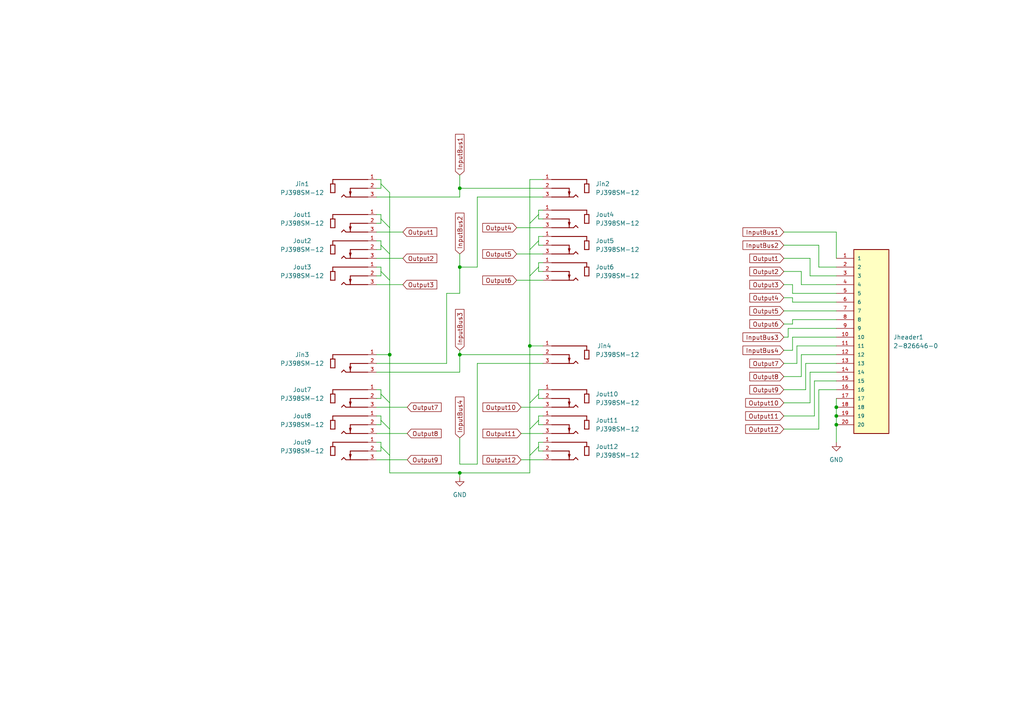
<source format=kicad_sch>
(kicad_sch (version 20211123) (generator eeschema)
  (paper "A4")
  (lib_symbols
    (symbol "2-826646-0:2-826646-0" (pin_names (offset 1.016))
      (property "Reference" "J" (at -5.58 27.94 0))
      (property "Value" "2-826646-0" (at -5.08 -27.94 0))
      (symbol "2-826646-0_0_0"
        (rectangle (start -5.08 -25.4) (end 5.08 27.94) (stroke (width 0.254)) (fill (type background)))
        (pin passive line (at -10.16 25.4 0) (length 5.08) (name "1") (number "1"))
        (pin passive line (at -10.16 2.54 0) (length 5.08) (name "10") (number "10"))
        (pin passive line (at -10.16 0 0) (length 5.08) (name "11") (number "11"))
        (pin passive line (at -10.16 -2.54 0) (length 5.08) (name "12") (number "12"))
        (pin passive line (at -10.16 -5.08 0) (length 5.08) (name "13") (number "13"))
        (pin passive line (at -10.16 -7.62 0) (length 5.08) (name "14") (number "14"))
        (pin passive line (at -10.16 -10.16 0) (length 5.08) (name "15") (number "15"))
        (pin passive line (at -10.16 -12.7 0) (length 5.08) (name "16") (number "16"))
        (pin passive line (at -10.16 -15.24 0) (length 5.08) (name "17") (number "17"))
        (pin passive line (at -10.16 -17.78 0) (length 5.08) (name "18") (number "18"))
        (pin passive line (at -10.16 -20.32 0) (length 5.08) (name "19") (number "19"))
        (pin passive line (at -10.16 22.86 0) (length 5.08) (name "2") (number "2"))
        (pin passive line (at -10.16 -22.86 0) (length 5.08) (name "20") (number "20"))
        (pin passive line (at -10.16 20.32 0) (length 5.08) (name "3") (number "3"))
        (pin passive line (at -10.16 17.78 0) (length 5.08) (name "4") (number "4"))
        (pin passive line (at -10.16 15.24 0) (length 5.08) (name "5") (number "5"))
        (pin passive line (at -10.16 12.7 0) (length 5.08) (name "6") (number "6"))
        (pin passive line (at -10.16 10.16 0) (length 5.08) (name "7") (number "7"))
        (pin passive line (at -10.16 7.62 0) (length 5.08) (name "8") (number "8"))
        (pin passive line (at -10.16 5.08 0) (length 5.08) (name "9") (number "9"))
      )
    )
    (symbol "PJ398SM-12:PJ398SM-12" (pin_names (offset 1.016))
      (property "Reference" "J" (at -5.08 2.54 0))
      (property "Value" "PJ398SM-12" (at -5.08 -8.89 0))
      (symbol "PJ398SM-12_0_0"
        (polyline (pts (xy -5.715 -3.81) (xy -5.715 -1.27)) (stroke (width 0.254)))
        (polyline (pts (xy -5.715 -1.27) (xy -5.08 -1.27)) (stroke (width 0.254)))
        (polyline (pts (xy -5.08 -1.27) (xy -4.445 -1.27)) (stroke (width 0.254)))
        (polyline (pts (xy -5.08 0) (xy -5.08 -1.27)) (stroke (width 0.254)))
        (polyline (pts (xy -4.445 -3.81) (xy -5.715 -3.81)) (stroke (width 0.254)))
        (polyline (pts (xy -4.445 -1.27) (xy -4.445 -3.81)) (stroke (width 0.254)))
        (polyline (pts (xy -1.905 -4.445) (xy -2.54 -5.08)) (stroke (width 0.254)))
        (polyline (pts (xy -1.27 -5.08) (xy -1.905 -4.445)) (stroke (width 0.254)))
        (polyline (pts (xy 0 -2.54) (xy 0 -5.08)) (stroke (width 0.254)))
        (polyline (pts (xy 0 -2.54) (xy 5.08 -2.54)) (stroke (width 0.254)))
        (polyline (pts (xy 5.08 -5.08) (xy -1.27 -5.08)) (stroke (width 0.254)))
        (polyline (pts (xy 5.08 0) (xy -5.08 0)) (stroke (width 0.254)))
        (polyline (pts (xy 0 -4.318) (xy 0.254 -3.556) (xy -0.254 -3.556) (xy 0 -4.318)) (stroke (width 0.254)) (fill (type outline)))
        (pin passive line (at 7.62 0 180) (length 2.54) (name "~") (number "1"))
        (pin passive line (at 7.62 -2.54 180) (length 2.54) (name "~") (number "2"))
        (pin passive line (at 7.62 -5.08 180) (length 2.54) (name "~") (number "3"))
      )
    )
    (symbol "power:GND" (power) (pin_names (offset 0))
      (property "Value" "GND" (at 0 -3.81 0))
      (symbol "GND_0_1"
        (polyline (pts (xy 0 0) (xy 0 -1.27) (xy 1.27 -1.27) (xy 0 -2.54) (xy -1.27 -1.27) (xy 0 -1.27)))
      )
      (symbol "GND_1_1"
        (pin power_in line (at 0 0 270) (length 0) hide (name "GND") (number "1"))
      )
    )
  )
  (junction (at 133.35 54.61))
  (junction (at 133.35 77.47))
  (junction (at 133.35 102.87))
  (junction (at 133.35 137.16))
  (junction (at 242.57 118.11))
  (junction (at 113.03 102.87))
  (junction (at 242.57 120.65))
  (junction (at 153.67 100.33))
  (junction (at 242.57 123.19))
  (bus_entry (at 153.67 72.39) (size 2.54 -2.54))
  (bus_entry (at 153.67 80.01) (size 2.54 -2.54))
  (bus_entry (at 153.67 64.77) (size 2.54 -2.54))
  (bus_entry (at 156.21 121.92) (size -2.54 2.54))
  (bus_entry (at 156.21 114.3) (size -2.54 2.54))
  (bus_entry (at 156.21 129.54) (size -2.54 2.54))
  (bus_entry (at 110.49 129.54) (size 2.54 2.54))
  (bus_entry (at 110.49 121.92) (size 2.54 2.54))
  (bus_entry (at 110.49 114.3) (size 2.54 2.54))
  (bus_entry (at 110.49 53.34) (size 2.54 2.54))
  (bus_entry (at 110.49 63.5) (size 2.54 2.54))
  (bus_entry (at 110.49 71.12) (size 2.54 2.54))
  (bus_entry (at 110.49 78.74) (size 2.54 2.54))
  (wire (pts (xy 157.48 125.73) (xy 151.13 125.73)))
  (wire (pts (xy 242.57 115.57) (xy 242.57 118.11)))
  (wire (pts (xy 153.67 64.77) (xy 153.67 52.07)))
  (wire (pts (xy 237.49 77.47) (xy 237.49 71.12)))
  (wire (pts (xy 242.57 85.09) (xy 229.87 85.09)))
  (wire (pts (xy 133.35 50.8) (xy 133.35 54.61)))
  (wire (pts (xy 156.21 121.92) (xy 156.21 123.19)))
  (wire (pts (xy 133.35 54.61) (xy 157.48 54.61)))
  (wire (pts (xy 242.57 74.93) (xy 242.57 67.31)))
  (wire (pts (xy 133.35 137.16) (xy 153.67 137.16)))
  (wire (pts (xy 110.49 115.57) (xy 109.22 115.57)))
  (wire (pts (xy 109.22 125.73) (xy 118.11 125.73)))
  (wire (pts (xy 110.49 121.92) (xy 110.49 123.19)))
  (wire (pts (xy 138.43 57.15) (xy 157.48 57.15)))
  (wire (pts (xy 242.57 105.41) (xy 233.68 105.41)))
  (wire (pts (xy 113.03 102.87) (xy 113.03 116.84)))
  (wire (pts (xy 227.33 78.74) (xy 232.41 78.74)))
  (wire (pts (xy 113.03 116.84) (xy 113.03 124.46)))
  (wire (pts (xy 113.03 81.28) (xy 113.03 102.87)))
  (wire (pts (xy 133.35 54.61) (xy 133.35 57.15)))
  (wire (pts (xy 110.49 120.65) (xy 110.49 121.92)))
  (wire (pts (xy 109.22 82.55) (xy 116.84 82.55)))
  (wire (pts (xy 232.41 82.55) (xy 232.41 78.74)))
  (wire (pts (xy 228.6 97.79) (xy 227.33 97.79)))
  (wire (pts (xy 156.21 114.3) (xy 156.21 113.03)))
  (wire (pts (xy 229.87 87.63) (xy 229.87 86.36)))
  (wire (pts (xy 110.49 53.34) (xy 110.49 54.61)))
  (wire (pts (xy 113.03 137.16) (xy 133.35 137.16)))
  (wire (pts (xy 242.57 92.71) (xy 229.87 92.71)))
  (wire (pts (xy 157.48 102.87) (xy 133.35 102.87)))
  (wire (pts (xy 133.35 102.87) (xy 133.35 107.95)))
  (wire (pts (xy 113.03 55.88) (xy 113.03 66.04)))
  (wire (pts (xy 109.22 57.15) (xy 133.35 57.15)))
  (wire (pts (xy 110.49 52.07) (xy 109.22 52.07)))
  (wire (pts (xy 109.22 105.41) (xy 129.54 105.41)))
  (wire (pts (xy 109.22 133.35) (xy 118.11 133.35)))
  (wire (pts (xy 156.21 128.27) (xy 156.21 129.54)))
  (wire (pts (xy 242.57 82.55) (xy 232.41 82.55)))
  (wire (pts (xy 153.67 132.08) (xy 153.67 124.46)))
  (wire (pts (xy 231.14 105.41) (xy 227.33 105.41)))
  (wire (pts (xy 153.67 124.46) (xy 153.67 116.84)))
  (wire (pts (xy 157.48 133.35) (xy 151.13 133.35)))
  (wire (pts (xy 156.21 76.2) (xy 157.48 76.2)))
  (wire (pts (xy 110.49 114.3) (xy 110.49 115.57)))
  (wire (pts (xy 110.49 52.07) (xy 110.49 53.34)))
  (wire (pts (xy 156.21 113.03) (xy 157.48 113.03)))
  (wire (pts (xy 227.33 90.17) (xy 242.57 90.17)))
  (wire (pts (xy 227.33 74.93) (xy 234.95 74.93)))
  (wire (pts (xy 227.33 120.65) (xy 236.22 120.65)))
  (wire (pts (xy 110.49 120.65) (xy 109.22 120.65)))
  (wire (pts (xy 236.22 110.49) (xy 236.22 120.65)))
  (wire (pts (xy 242.57 100.33) (xy 231.14 100.33)))
  (wire (pts (xy 113.03 73.66) (xy 113.03 81.28)))
  (wire (pts (xy 156.21 120.65) (xy 156.21 121.92)))
  (wire (pts (xy 113.03 132.08) (xy 113.03 137.16)))
  (wire (pts (xy 227.33 113.03) (xy 233.68 113.03)))
  (wire (pts (xy 129.54 105.41) (xy 129.54 85.09)))
  (wire (pts (xy 149.86 73.66) (xy 157.48 73.66)))
  (wire (pts (xy 110.49 78.74) (xy 110.49 80.01)))
  (wire (pts (xy 110.49 72.39) (xy 109.22 72.39)))
  (wire (pts (xy 234.95 80.01) (xy 234.95 74.93)))
  (wire (pts (xy 153.67 72.39) (xy 153.67 64.77)))
  (wire (pts (xy 153.67 52.07) (xy 157.48 52.07)))
  (wire (pts (xy 110.49 130.81) (xy 109.22 130.81)))
  (wire (pts (xy 156.21 63.5) (xy 157.48 63.5)))
  (wire (pts (xy 227.33 82.55) (xy 229.87 82.55)))
  (wire (pts (xy 110.49 54.61) (xy 109.22 54.61)))
  (wire (pts (xy 110.49 63.5) (xy 110.49 64.77)))
  (wire (pts (xy 109.22 118.11) (xy 118.11 118.11)))
  (wire (pts (xy 242.57 113.03) (xy 237.49 113.03)))
  (wire (pts (xy 227.33 109.22) (xy 232.41 109.22)))
  (wire (pts (xy 228.6 95.25) (xy 228.6 97.79)))
  (wire (pts (xy 133.35 127) (xy 133.35 134.62)))
  (wire (pts (xy 129.54 85.09) (xy 133.35 85.09)))
  (wire (pts (xy 110.49 113.03) (xy 110.49 114.3)))
  (wire (pts (xy 242.57 97.79) (xy 229.87 97.79)))
  (wire (pts (xy 110.49 77.47) (xy 109.22 77.47)))
  (wire (pts (xy 113.03 66.04) (xy 113.03 73.66)))
  (wire (pts (xy 157.48 100.33) (xy 153.67 100.33)))
  (wire (pts (xy 133.35 137.16) (xy 133.35 138.43)))
  (wire (pts (xy 138.43 105.41) (xy 157.48 105.41)))
  (wire (pts (xy 156.21 78.74) (xy 156.21 77.47)))
  (wire (pts (xy 231.14 100.33) (xy 231.14 105.41)))
  (wire (pts (xy 110.49 123.19) (xy 109.22 123.19)))
  (wire (pts (xy 157.48 118.11) (xy 151.13 118.11)))
  (wire (pts (xy 109.22 74.93) (xy 116.84 74.93)))
  (wire (pts (xy 133.35 77.47) (xy 138.43 77.47)))
  (wire (pts (xy 156.21 120.65) (xy 157.48 120.65)))
  (wire (pts (xy 227.33 124.46) (xy 237.49 124.46)))
  (wire (pts (xy 156.21 69.85) (xy 156.21 71.12)))
  (wire (pts (xy 156.21 60.96) (xy 157.48 60.96)))
  (wire (pts (xy 110.49 71.12) (xy 110.49 72.39)))
  (wire (pts (xy 110.49 77.47) (xy 110.49 78.74)))
  (wire (pts (xy 133.35 77.47) (xy 133.35 85.09)))
  (wire (pts (xy 110.49 80.01) (xy 109.22 80.01)))
  (wire (pts (xy 153.67 116.84) (xy 153.67 100.33)))
  (wire (pts (xy 242.57 87.63) (xy 229.87 87.63)))
  (wire (pts (xy 227.33 67.31) (xy 242.57 67.31)))
  (wire (pts (xy 110.49 69.85) (xy 110.49 71.12)))
  (wire (pts (xy 110.49 62.23) (xy 109.22 62.23)))
  (wire (pts (xy 109.22 67.31) (xy 116.84 67.31)))
  (wire (pts (xy 153.67 80.01) (xy 153.67 72.39)))
  (wire (pts (xy 242.57 102.87) (xy 232.41 102.87)))
  (wire (pts (xy 156.21 68.58) (xy 157.48 68.58)))
  (wire (pts (xy 110.49 64.77) (xy 109.22 64.77)))
  (wire (pts (xy 156.21 128.27) (xy 157.48 128.27)))
  (wire (pts (xy 153.67 137.16) (xy 153.67 132.08)))
  (wire (pts (xy 149.86 66.04) (xy 157.48 66.04)))
  (wire (pts (xy 153.67 100.33) (xy 153.67 80.01)))
  (wire (pts (xy 229.87 93.98) (xy 227.33 93.98)))
  (wire (pts (xy 156.21 123.19) (xy 157.48 123.19)))
  (wire (pts (xy 232.41 102.87) (xy 232.41 109.22)))
  (wire (pts (xy 156.21 68.58) (xy 156.21 69.85)))
  (wire (pts (xy 113.03 124.46) (xy 113.03 132.08)))
  (wire (pts (xy 156.21 62.23) (xy 156.21 63.5)))
  (wire (pts (xy 234.95 107.95) (xy 234.95 116.84)))
  (wire (pts (xy 138.43 134.62) (xy 138.43 105.41)))
  (wire (pts (xy 234.95 116.84) (xy 227.33 116.84)))
  (wire (pts (xy 227.33 71.12) (xy 237.49 71.12)))
  (wire (pts (xy 149.86 81.28) (xy 157.48 81.28)))
  (wire (pts (xy 110.49 113.03) (xy 109.22 113.03)))
  (wire (pts (xy 242.57 110.49) (xy 236.22 110.49)))
  (wire (pts (xy 156.21 130.81) (xy 157.48 130.81)))
  (wire (pts (xy 110.49 69.85) (xy 109.22 69.85)))
  (wire (pts (xy 242.57 118.11) (xy 242.57 120.65)))
  (wire (pts (xy 229.87 85.09) (xy 229.87 82.55)))
  (wire (pts (xy 229.87 101.6) (xy 227.33 101.6)))
  (wire (pts (xy 242.57 80.01) (xy 234.95 80.01)))
  (wire (pts (xy 133.35 73.66) (xy 133.35 77.47)))
  (wire (pts (xy 242.57 120.65) (xy 242.57 123.19)))
  (wire (pts (xy 138.43 77.47) (xy 138.43 57.15)))
  (wire (pts (xy 110.49 128.27) (xy 109.22 128.27)))
  (wire (pts (xy 229.87 86.36) (xy 227.33 86.36)))
  (wire (pts (xy 233.68 105.41) (xy 233.68 113.03)))
  (wire (pts (xy 229.87 97.79) (xy 229.87 101.6)))
  (wire (pts (xy 110.49 129.54) (xy 110.49 130.81)))
  (wire (pts (xy 156.21 129.54) (xy 156.21 130.81)))
  (wire (pts (xy 156.21 71.12) (xy 157.48 71.12)))
  (wire (pts (xy 229.87 92.71) (xy 229.87 93.98)))
  (wire (pts (xy 156.21 77.47) (xy 156.21 76.2)))
  (wire (pts (xy 242.57 95.25) (xy 228.6 95.25)))
  (wire (pts (xy 156.21 78.74) (xy 157.48 78.74)))
  (wire (pts (xy 110.49 62.23) (xy 110.49 63.5)))
  (wire (pts (xy 242.57 107.95) (xy 234.95 107.95)))
  (wire (pts (xy 156.21 115.57) (xy 157.48 115.57)))
  (wire (pts (xy 109.22 107.95) (xy 133.35 107.95)))
  (wire (pts (xy 133.35 101.6) (xy 133.35 102.87)))
  (wire (pts (xy 242.57 123.19) (xy 242.57 128.27)))
  (wire (pts (xy 237.49 113.03) (xy 237.49 124.46)))
  (wire (pts (xy 109.22 102.87) (xy 113.03 102.87)))
  (wire (pts (xy 156.21 60.96) (xy 156.21 62.23)))
  (wire (pts (xy 156.21 115.57) (xy 156.21 114.3)))
  (wire (pts (xy 242.57 77.47) (xy 237.49 77.47)))
  (wire (pts (xy 133.35 134.62) (xy 138.43 134.62)))
  (wire (pts (xy 110.49 128.27) (xy 110.49 129.54)))
  (global_label "Output7" (shape input) (at 118.11 118.11 0) (property "Intersheet References" "${INTERSHEET_REFS}" (effects hide)))
  (global_label "Output4" (shape input) (at 149.86 66.04 180) (property "Intersheet References" "${INTERSHEET_REFS}" (effects hide)))
  (global_label "Output10" (shape input) (at 227.33 116.84 180) (property "Intersheet References" "${INTERSHEET_REFS}" (effects hide)))
  (global_label "Output2" (shape input) (at 227.33 78.74 180) (property "Intersheet References" "${INTERSHEET_REFS}" (effects hide)))
  (global_label "Output11" (shape input) (at 151.13 125.73 180) (property "Intersheet References" "${INTERSHEET_REFS}" (effects hide)))
  (global_label "InputBus1" (shape input) (at 133.35 50.8 90) (property "Intersheet References" "${INTERSHEET_REFS}" (effects hide)))
  (global_label "Output12" (shape input) (at 151.13 133.35 180) (property "Intersheet References" "${INTERSHEET_REFS}" (effects hide)))
  (global_label "InputBus2" (shape input) (at 227.33 71.12 180) (property "Intersheet References" "${INTERSHEET_REFS}" (effects hide)))
  (global_label "Output5" (shape input) (at 149.86 73.66 180) (property "Intersheet References" "${INTERSHEET_REFS}" (effects hide)))
  (global_label "Output2" (shape input) (at 116.84 74.93 0) (property "Intersheet References" "${INTERSHEET_REFS}" (effects hide)))
  (global_label "InputBus3" (shape input) (at 133.35 101.6 90) (property "Intersheet References" "${INTERSHEET_REFS}" (effects hide)))
  (global_label "Output1" (shape input) (at 227.33 74.93 180) (property "Intersheet References" "${INTERSHEET_REFS}" (effects hide)))
  (global_label "InputBus2" (shape input) (at 133.35 73.66 90) (property "Intersheet References" "${INTERSHEET_REFS}" (effects hide)))
  (global_label "Output9" (shape input) (at 227.33 113.03 180) (property "Intersheet References" "${INTERSHEET_REFS}" (effects hide)))
  (global_label "Output3" (shape input) (at 227.33 82.55 180) (property "Intersheet References" "${INTERSHEET_REFS}" (effects hide)))
  (global_label "Output11" (shape input) (at 227.33 120.65 180) (property "Intersheet References" "${INTERSHEET_REFS}" (effects hide)))
  (global_label "Output6" (shape input) (at 149.86 81.28 180) (property "Intersheet References" "${INTERSHEET_REFS}" (effects hide)))
  (global_label "InputBus3" (shape input) (at 227.33 97.79 180) (property "Intersheet References" "${INTERSHEET_REFS}" (effects hide)))
  (global_label "InputBus4" (shape input) (at 133.35 127 90) (property "Intersheet References" "${INTERSHEET_REFS}" (effects hide)))
  (global_label "InputBus1" (shape input) (at 227.33 67.31 180) (property "Intersheet References" "${INTERSHEET_REFS}" (effects hide)))
  (global_label "Output10" (shape input) (at 151.13 118.11 180) (property "Intersheet References" "${INTERSHEET_REFS}" (effects hide)))
  (global_label "InputBus4" (shape input) (at 227.33 101.6 180) (property "Intersheet References" "${INTERSHEET_REFS}" (effects hide)))
  (global_label "Output9" (shape input) (at 118.11 133.35 0) (property "Intersheet References" "${INTERSHEET_REFS}" (effects hide)))
  (global_label "Output7" (shape input) (at 227.33 105.41 180) (property "Intersheet References" "${INTERSHEET_REFS}" (effects hide)))
  (global_label "Output1" (shape input) (at 116.84 67.31 0) (property "Intersheet References" "${INTERSHEET_REFS}" (effects hide)))
  (global_label "Output8" (shape input) (at 227.33 109.22 180) (property "Intersheet References" "${INTERSHEET_REFS}" (effects hide)))
  (global_label "Output12" (shape input) (at 227.33 124.46 180) (property "Intersheet References" "${INTERSHEET_REFS}" (effects hide)))
  (global_label "Output6" (shape input) (at 227.33 93.98 180) (property "Intersheet References" "${INTERSHEET_REFS}" (effects hide)))
  (global_label "Output8" (shape input) (at 118.11 125.73 0) (property "Intersheet References" "${INTERSHEET_REFS}" (effects hide)))
  (global_label "Output5" (shape input) (at 227.33 90.17 180) (property "Intersheet References" "${INTERSHEET_REFS}" (effects hide)))
  (global_label "Output3" (shape input) (at 116.84 82.55 0) (property "Intersheet References" "${INTERSHEET_REFS}" (effects hide)))
  (global_label "Output4" (shape input) (at 227.33 86.36 180) (property "Intersheet References" "${INTERSHEET_REFS}" (effects hide)))
  (symbol (lib_id "PJ398SM-12:PJ398SM-12") (at 101.6 77.47 0) (unit 1)
    (property "Reference" "Jout3" (at 87.63 77.47 0))
    (property "Value" "PJ398SM-12" (at 87.63 80.01 0))
    (property "Footprint" "Thonk_PJ398SM:THONK_PJ398SM-12" (effects hide))
    (property "MANUFACTURER" "Thonk" (effects hide))
    (property "PARTREV" "1" (effects hide))
    (property "MAXIMUM_PACKAGE_HEIGHT" "14.5 mm" (effects hide))
    (property "STANDARD" "Manufacturer Recommendations" (effects hide))
    (property "Spice_Primitive" "J" (effects hide))
    (property "Spice_Model" "PJ398SM-12" (effects hide))
    (property "Spice_Netlist_Enabled" "N" (effects hide))
  )
  (symbol (lib_id "PJ398SM-12:PJ398SM-12") (at 165.1 76.2 0) (mirror y) (unit 1)
    (property "Reference" "Jout6" (at 172.72 77.4699 0) (effects (justify right)))
    (property "Value" "PJ398SM-12" (at 172.72 80.0099 0) (effects (justify right)))
    (property "Footprint" "Thonk_PJ398SM:THONK_PJ398SM-12" (effects hide))
    (property "MANUFACTURER" "Thonk" (effects hide))
    (property "PARTREV" "1" (effects hide))
    (property "MAXIMUM_PACKAGE_HEIGHT" "14.5 mm" (effects hide))
    (property "STANDARD" "Manufacturer Recommendations" (effects hide))
    (property "Spice_Primitive" "J" (effects hide))
    (property "Spice_Model" "PJ398SM-12" (effects hide))
    (property "Spice_Netlist_Enabled" "N" (effects hide))
  )
  (symbol (lib_id "power:GND") (at 242.57 128.27 0) (unit 1)
    (property "Reference" "#PWR0105" (effects hide))
    (property "Value" "GND" (at 242.57 133.35 0))
  )
  (symbol (lib_id "PJ398SM-12:PJ398SM-12") (at 101.6 128.27 0) (unit 1)
    (property "Reference" "Jout9" (at 87.63 128.27 0))
    (property "Value" "PJ398SM-12" (at 87.63 130.81 0))
    (property "Footprint" "Thonk_PJ398SM:THONK_PJ398SM-12" (effects hide))
    (property "MANUFACTURER" "Thonk" (effects hide))
    (property "PARTREV" "1" (effects hide))
    (property "MAXIMUM_PACKAGE_HEIGHT" "14.5 mm" (effects hide))
    (property "STANDARD" "Manufacturer Recommendations" (effects hide))
    (property "Spice_Primitive" "J" (effects hide))
    (property "Spice_Model" "PJ398SM-12" (effects hide))
    (property "Spice_Netlist_Enabled" "N" (effects hide))
  )
  (symbol (lib_id "PJ398SM-12:PJ398SM-12") (at 101.6 102.87 0) (unit 1)
    (property "Reference" "Jin3" (at 87.63 102.87 0))
    (property "Value" "PJ398SM-12" (at 87.63 105.41 0))
    (property "Footprint" "Thonk_PJ398SM:THONK_PJ398SM-12" (effects hide))
    (property "MANUFACTURER" "Thonk" (effects hide))
    (property "PARTREV" "1" (effects hide))
    (property "MAXIMUM_PACKAGE_HEIGHT" "14.5 mm" (effects hide))
    (property "STANDARD" "Manufacturer Recommendations" (effects hide))
    (property "Spice_Primitive" "J" (effects hide))
    (property "Spice_Model" "PJ398SM-12" (effects hide))
    (property "Spice_Netlist_Enabled" "N" (effects hide))
  )
  (symbol (lib_id "power:GND") (at 133.35 138.43 0) (unit 1)
    (property "Reference" "#PWR0111" (effects hide))
    (property "Value" "GND" (at 133.35 143.51 0))
  )
  (symbol (lib_id "PJ398SM-12:PJ398SM-12") (at 165.1 128.27 0) (mirror y) (unit 1)
    (property "Reference" "Jout12" (at 172.72 129.5399 0) (effects (justify right)))
    (property "Value" "PJ398SM-12" (at 172.72 132.0799 0) (effects (justify right)))
    (property "Footprint" "Thonk_PJ398SM:THONK_PJ398SM-12" (effects hide))
    (property "MANUFACTURER" "Thonk" (effects hide))
    (property "PARTREV" "1" (effects hide))
    (property "MAXIMUM_PACKAGE_HEIGHT" "14.5 mm" (effects hide))
    (property "STANDARD" "Manufacturer Recommendations" (effects hide))
    (property "Spice_Primitive" "J" (effects hide))
    (property "Spice_Model" "PJ398SM-12" (effects hide))
    (property "Spice_Netlist_Enabled" "N" (effects hide))
  )
  (symbol (lib_id "PJ398SM-12:PJ398SM-12") (at 101.6 113.03 0) (unit 1)
    (property "Reference" "Jout7" (at 87.63 113.03 0))
    (property "Value" "PJ398SM-12" (at 87.63 115.57 0))
    (property "Footprint" "Thonk_PJ398SM:THONK_PJ398SM-12" (effects hide))
    (property "MANUFACTURER" "Thonk" (effects hide))
    (property "PARTREV" "1" (effects hide))
    (property "MAXIMUM_PACKAGE_HEIGHT" "14.5 mm" (effects hide))
    (property "STANDARD" "Manufacturer Recommendations" (effects hide))
    (property "Spice_Primitive" "J" (effects hide))
    (property "Spice_Model" "PJ398SM-12" (effects hide))
    (property "Spice_Netlist_Enabled" "N" (effects hide))
  )
  (symbol (lib_id "PJ398SM-12:PJ398SM-12") (at 101.6 69.85 0) (unit 1)
    (property "Reference" "Jout2" (at 87.63 69.85 0))
    (property "Value" "PJ398SM-12" (at 87.63 72.39 0))
    (property "Footprint" "Thonk_PJ398SM:THONK_PJ398SM-12" (effects hide))
    (property "MANUFACTURER" "Thonk" (effects hide))
    (property "PARTREV" "1" (effects hide))
    (property "MAXIMUM_PACKAGE_HEIGHT" "14.5 mm" (effects hide))
    (property "STANDARD" "Manufacturer Recommendations" (effects hide))
    (property "Spice_Primitive" "J" (effects hide))
    (property "Spice_Model" "PJ398SM-12" (effects hide))
    (property "Spice_Netlist_Enabled" "N" (effects hide))
  )
  (symbol (lib_id "PJ398SM-12:PJ398SM-12") (at 165.1 68.58 0) (mirror y) (unit 1)
    (property "Reference" "Jout5" (at 172.72 69.8499 0) (effects (justify right)))
    (property "Value" "PJ398SM-12" (at 172.72 72.3899 0) (effects (justify right)))
    (property "Footprint" "Thonk_PJ398SM:THONK_PJ398SM-12" (effects hide))
    (property "MANUFACTURER" "Thonk" (effects hide))
    (property "PARTREV" "1" (effects hide))
    (property "MAXIMUM_PACKAGE_HEIGHT" "14.5 mm" (effects hide))
    (property "STANDARD" "Manufacturer Recommendations" (effects hide))
    (property "Spice_Primitive" "J" (effects hide))
    (property "Spice_Model" "PJ398SM-12" (effects hide))
    (property "Spice_Netlist_Enabled" "N" (effects hide))
  )
  (symbol (lib_id "PJ398SM-12:PJ398SM-12") (at 101.6 52.07 0) (unit 1)
    (property "Reference" "Jin1" (at 87.63 53.34 0))
    (property "Value" "PJ398SM-12" (at 87.63 55.88 0))
    (property "Footprint" "Thonk_PJ398SM:THONK_PJ398SM-12" (effects hide))
    (property "MANUFACTURER" "Thonk" (effects hide))
    (property "PARTREV" "1" (effects hide))
    (property "MAXIMUM_PACKAGE_HEIGHT" "14.5 mm" (effects hide))
    (property "STANDARD" "Manufacturer Recommendations" (effects hide))
    (property "Spice_Primitive" "J" (effects hide))
    (property "Spice_Model" "PJ398SM-12" (effects hide))
    (property "Spice_Netlist_Enabled" "N" (effects hide))
  )
  (symbol (lib_id "PJ398SM-12:PJ398SM-12") (at 165.1 100.33 0) (mirror y) (unit 1)
    (property "Reference" "Jin4" (at 175.26 100.33 0))
    (property "Value" "PJ398SM-12" (at 179.07 102.87 0))
    (property "Footprint" "Thonk_PJ398SM:THONK_PJ398SM-12" (effects hide))
    (property "MANUFACTURER" "Thonk" (effects hide))
    (property "PARTREV" "1" (effects hide))
    (property "MAXIMUM_PACKAGE_HEIGHT" "14.5 mm" (effects hide))
    (property "STANDARD" "Manufacturer Recommendations" (effects hide))
    (property "Spice_Primitive" "J" (effects hide))
    (property "Spice_Model" "PJ398SM-12" (effects hide))
    (property "Spice_Netlist_Enabled" "N" (effects hide))
  )
  (symbol (lib_id "PJ398SM-12:PJ398SM-12") (at 165.1 52.07 0) (mirror y) (unit 1)
    (property "Reference" "Jin2" (at 172.72 53.3399 0) (effects (justify right)))
    (property "Value" "PJ398SM-12" (at 172.72 55.8799 0) (effects (justify right)))
    (property "Footprint" "Thonk_PJ398SM:THONK_PJ398SM-12" (effects hide))
    (property "MANUFACTURER" "Thonk" (effects hide))
    (property "PARTREV" "1" (effects hide))
    (property "MAXIMUM_PACKAGE_HEIGHT" "14.5 mm" (effects hide))
    (property "STANDARD" "Manufacturer Recommendations" (effects hide))
    (property "Spice_Primitive" "J" (effects hide))
    (property "Spice_Model" "PJ398SM-12" (effects hide))
    (property "Spice_Netlist_Enabled" "N" (effects hide))
  )
  (symbol (lib_id "PJ398SM-12:PJ398SM-12") (at 165.1 60.96 0) (mirror y) (unit 1)
    (property "Reference" "Jout4" (at 172.72 62.2299 0) (effects (justify right)))
    (property "Value" "PJ398SM-12" (at 172.72 64.7699 0) (effects (justify right)))
    (property "Footprint" "Thonk_PJ398SM:THONK_PJ398SM-12" (effects hide))
    (property "MANUFACTURER" "Thonk" (effects hide))
    (property "PARTREV" "1" (effects hide))
    (property "MAXIMUM_PACKAGE_HEIGHT" "14.5 mm" (effects hide))
    (property "STANDARD" "Manufacturer Recommendations" (effects hide))
    (property "Spice_Primitive" "J" (effects hide))
    (property "Spice_Model" "PJ398SM-12" (effects hide))
    (property "Spice_Netlist_Enabled" "N" (effects hide))
  )
  (symbol (lib_id "PJ398SM-12:PJ398SM-12") (at 165.1 113.03 0) (mirror y) (unit 1)
    (property "Reference" "Jout10" (at 172.72 114.2999 0) (effects (justify right)))
    (property "Value" "PJ398SM-12" (at 172.72 116.8399 0) (effects (justify right)))
    (property "Footprint" "Thonk_PJ398SM:THONK_PJ398SM-12" (effects hide))
    (property "MANUFACTURER" "Thonk" (effects hide))
    (property "PARTREV" "1" (effects hide))
    (property "MAXIMUM_PACKAGE_HEIGHT" "14.5 mm" (effects hide))
    (property "STANDARD" "Manufacturer Recommendations" (effects hide))
    (property "Spice_Primitive" "J" (effects hide))
    (property "Spice_Model" "PJ398SM-12" (effects hide))
    (property "Spice_Netlist_Enabled" "N" (effects hide))
  )
  (symbol (lib_id "PJ398SM-12:PJ398SM-12") (at 101.6 120.65 0) (unit 1)
    (property "Reference" "Jout8" (at 87.63 120.65 0))
    (property "Value" "PJ398SM-12" (at 87.63 123.19 0))
    (property "Footprint" "Thonk_PJ398SM:THONK_PJ398SM-12" (effects hide))
    (property "MANUFACTURER" "Thonk" (effects hide))
    (property "PARTREV" "1" (effects hide))
    (property "MAXIMUM_PACKAGE_HEIGHT" "14.5 mm" (effects hide))
    (property "STANDARD" "Manufacturer Recommendations" (effects hide))
    (property "Spice_Primitive" "J" (effects hide))
    (property "Spice_Model" "PJ398SM-12" (effects hide))
    (property "Spice_Netlist_Enabled" "N" (effects hide))
  )
  (symbol (lib_id "2-826646-0:2-826646-0") (at 252.73 100.33 0) (unit 1)
    (property "Reference" "Jheader1" (at 259.08 97.7899 0) (effects (justify left)))
    (property "Value" "2-826646-0" (at 259.08 100.3299 0) (effects (justify left)))
    (property "Footprint" "TE_2-826646-0" (effects hide))
    (property "Comment" "2-826646-0" (effects hide))
    (property "EU_RoHS_Compliance" "Compliant" (effects hide))
    (property "Spice_Primitive" "J" (effects hide))
    (property "Spice_Model" "2-826646-0" (effects hide))
    (property "Spice_Netlist_Enabled" "N" (effects hide))
  )
  (symbol (lib_id "PJ398SM-12:PJ398SM-12") (at 101.6 62.23 0) (unit 1)
    (property "Reference" "Jout1" (at 87.63 62.23 0))
    (property "Value" "PJ398SM-12" (at 87.63 64.77 0))
    (property "Footprint" "Thonk_PJ398SM:THONK_PJ398SM-12" (effects hide))
    (property "MANUFACTURER" "Thonk" (effects hide))
    (property "PARTREV" "1" (effects hide))
    (property "MAXIMUM_PACKAGE_HEIGHT" "14.5 mm" (effects hide))
    (property "STANDARD" "Manufacturer Recommendations" (effects hide))
    (property "Spice_Primitive" "J" (effects hide))
    (property "Spice_Model" "PJ398SM-12" (effects hide))
    (property "Spice_Netlist_Enabled" "N" (effects hide))
  )
  (symbol (lib_id "PJ398SM-12:PJ398SM-12") (at 165.1 120.65 0) (mirror y) (unit 1)
    (property "Reference" "Jout11" (at 172.72 121.9199 0) (effects (justify right)))
    (property "Value" "PJ398SM-12" (at 172.72 124.4599 0) (effects (justify right)))
    (property "Footprint" "Thonk_PJ398SM:THONK_PJ398SM-12" (effects hide))
    (property "MANUFACTURER" "Thonk" (effects hide))
    (property "PARTREV" "1" (effects hide))
    (property "MAXIMUM_PACKAGE_HEIGHT" "14.5 mm" (effects hide))
    (property "STANDARD" "Manufacturer Recommendations" (effects hide))
    (property "Spice_Primitive" "J" (effects hide))
    (property "Spice_Model" "PJ398SM-12" (effects hide))
    (property "Spice_Netlist_Enabled" "N" (effects hide))
  )
)
</source>
